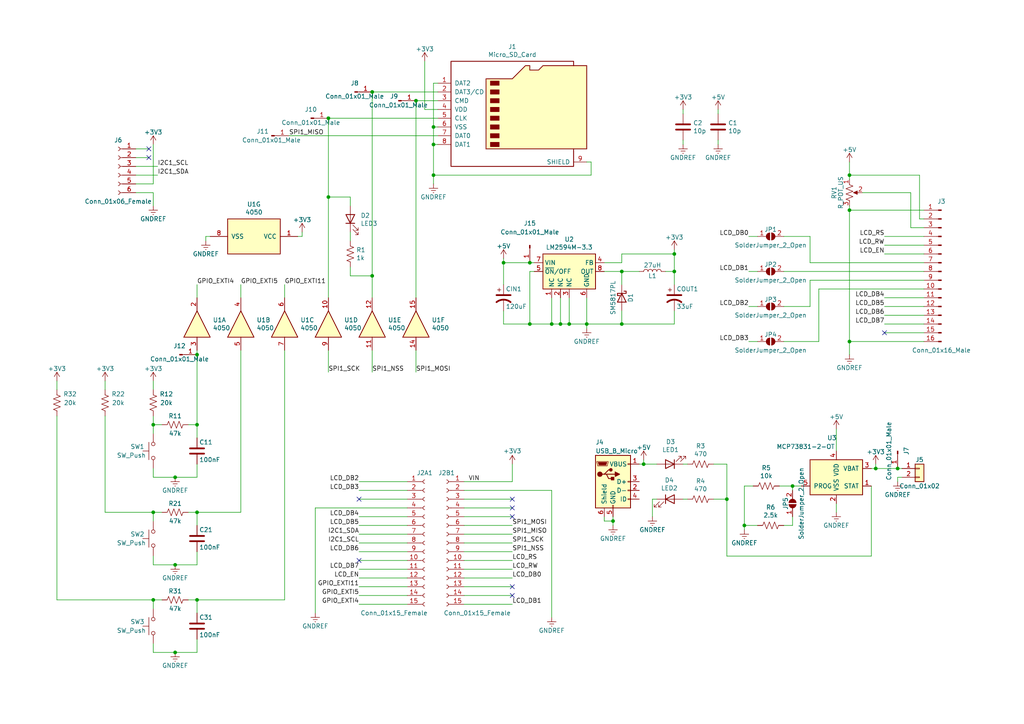
<source format=kicad_sch>
(kicad_sch (version 20211123) (generator eeschema)
  (paper "A4")
  (title_block (title "Spectroscopy Tricorder Motherboard") (date "2022-03-03") (rev "1") (comment 1 "Authors: Emily Currie and Abe Jordan") (comment 2 "MicroSD SPI layout taken from Adafruit"))
  (lib_symbols
    (symbol "4xxx:4050" (pin_names (offset 1.016))
      (property "Reference" "U" (at 0 1.27 0))
      (property "Value" "4050" (at 0 -1.27 0))
      (symbol "4050_1_0"
        (pin output line (at 7.62 0 180) (length 3.81) (name "~") (number "2"))
        (pin input line (at -7.62 0 0) (length 3.81) (name "~") (number "3"))
      )
      (symbol "4050_2_0"
        (pin output line (at 7.62 0 180) (length 3.81) (name "~") (number "4"))
        (pin input line (at -7.62 0 0) (length 3.81) (name "~") (number "5"))
      )
      (symbol "4050_3_0"
        (pin output line (at 7.62 0 180) (length 3.81) (name "~") (number "6"))
        (pin input line (at -7.62 0 0) (length 3.81) (name "~") (number "7"))
      )
      (symbol "4050_4_0"
        (pin output line (at 7.62 0 180) (length 3.81) (name "~") (number "10"))
        (pin input line (at -7.62 0 0) (length 3.81) (name "~") (number "9"))
      )
      (symbol "4050_5_0"
        (pin input line (at -7.62 0 0) (length 3.81) (name "~") (number "11"))
        (pin output line (at 7.62 0 180) (length 3.81) (name "~") (number "12"))
      )
      (symbol "4050_6_0"
        (pin input line (at -7.62 0 0) (length 3.81) (name "~") (number "14"))
        (pin output line (at 7.62 0 180) (length 3.81) (name "~") (number "15"))
      )
      (symbol "4050_7_0"
        (pin power_in line (at 0 12.7 270) (length 5.08) (name "VCC") (number "1"))
        (pin power_in line (at 0 -12.7 90) (length 5.08) (name "VSS") (number "8"))
      )
    )
    (symbol "Battery_Management:MCP73831-2-OT" (pin_names (offset 1.016))
      (property "Reference" "U" (at -7.62 6.35 0))
      (property "Value" "MCP73831-2-OT" (at 1.27 6.35 0))
      (symbol "MCP73831-2-OT_1_1"
        (pin output line (at 10.16 -2.54 180) (length 2.54) (name "STAT") (number "1"))
        (pin power_in line (at 0 -7.62 90) (length 2.54) (name "VSS") (number "2"))
        (pin power_out line (at 10.16 2.54 180) (length 2.54) (name "VBAT") (number "3"))
        (pin power_in line (at 0 7.62 270) (length 2.54) (name "VDD") (number "4"))
        (pin input line (at -10.16 -2.54 0) (length 2.54) (name "PROG") (number "5"))
      )
    )
    (symbol "Connector:Conn_01x01_Male" (pin_names (offset 1.016) hide)
      (property "Reference" "J" (at 0 2.54 0))
      (property "Value" "Conn_01x01_Male" (at 0 -2.54 0))
      (symbol "Conn_01x01_Male_1_1"
        (pin passive line (at 5.08 0 180) (length 3.81) (name "Pin_1") (number "1"))
      )
    )
    (symbol "Connector:Conn_01x06_Female" (pin_names (offset 1.016) hide)
      (property "Reference" "J" (at 0 7.62 0))
      (property "Value" "Conn_01x06_Female" (at 0 -10.16 0))
      (symbol "Conn_01x06_Female_1_1"
        (pin passive line (at -5.08 5.08 0) (length 3.81) (name "Pin_1") (number "1"))
        (pin passive line (at -5.08 2.54 0) (length 3.81) (name "Pin_2") (number "2"))
        (pin passive line (at -5.08 0 0) (length 3.81) (name "Pin_3") (number "3"))
        (pin passive line (at -5.08 -2.54 0) (length 3.81) (name "Pin_4") (number "4"))
        (pin passive line (at -5.08 -5.08 0) (length 3.81) (name "Pin_5") (number "5"))
        (pin passive line (at -5.08 -7.62 0) (length 3.81) (name "Pin_6") (number "6"))
      )
    )
    (symbol "Connector:Conn_01x15_Female" (pin_names (offset 1.016) hide)
      (property "Reference" "J" (at 0 20.32 0))
      (property "Value" "Conn_01x15_Female" (at 0 -20.32 0))
      (symbol "Conn_01x15_Female_1_1"
        (pin passive line (at -5.08 17.78 0) (length 3.81) (name "Pin_1") (number "1"))
        (pin passive line (at -5.08 -5.08 0) (length 3.81) (name "Pin_10") (number "10"))
        (pin passive line (at -5.08 -7.62 0) (length 3.81) (name "Pin_11") (number "11"))
        (pin passive line (at -5.08 -10.16 0) (length 3.81) (name "Pin_12") (number "12"))
        (pin passive line (at -5.08 -12.7 0) (length 3.81) (name "Pin_13") (number "13"))
        (pin passive line (at -5.08 -15.24 0) (length 3.81) (name "Pin_14") (number "14"))
        (pin passive line (at -5.08 -17.78 0) (length 3.81) (name "Pin_15") (number "15"))
        (pin passive line (at -5.08 15.24 0) (length 3.81) (name "Pin_2") (number "2"))
        (pin passive line (at -5.08 12.7 0) (length 3.81) (name "Pin_3") (number "3"))
        (pin passive line (at -5.08 10.16 0) (length 3.81) (name "Pin_4") (number "4"))
        (pin passive line (at -5.08 7.62 0) (length 3.81) (name "Pin_5") (number "5"))
        (pin passive line (at -5.08 5.08 0) (length 3.81) (name "Pin_6") (number "6"))
        (pin passive line (at -5.08 2.54 0) (length 3.81) (name "Pin_7") (number "7"))
        (pin passive line (at -5.08 0 0) (length 3.81) (name "Pin_8") (number "8"))
        (pin passive line (at -5.08 -2.54 0) (length 3.81) (name "Pin_9") (number "9"))
      )
    )
    (symbol "Connector:Conn_01x16_Male" (pin_names (offset 1.016) hide)
      (property "Reference" "J" (at 0 20.32 0))
      (property "Value" "Conn_01x16_Male" (at 0 -22.86 0))
      (symbol "Conn_01x16_Male_1_1"
        (pin passive line (at 5.08 17.78 180) (length 3.81) (name "Pin_1") (number "1"))
        (pin passive line (at 5.08 -5.08 180) (length 3.81) (name "Pin_10") (number "10"))
        (pin passive line (at 5.08 -7.62 180) (length 3.81) (name "Pin_11") (number "11"))
        (pin passive line (at 5.08 -10.16 180) (length 3.81) (name "Pin_12") (number "12"))
        (pin passive line (at 5.08 -12.7 180) (length 3.81) (name "Pin_13") (number "13"))
        (pin passive line (at 5.08 -15.24 180) (length 3.81) (name "Pin_14") (number "14"))
        (pin passive line (at 5.08 -17.78 180) (length 3.81) (name "Pin_15") (number "15"))
        (pin passive line (at 5.08 -20.32 180) (length 3.81) (name "Pin_16") (number "16"))
        (pin passive line (at 5.08 15.24 180) (length 3.81) (name "Pin_2") (number "2"))
        (pin passive line (at 5.08 12.7 180) (length 3.81) (name "Pin_3") (number "3"))
        (pin passive line (at 5.08 10.16 180) (length 3.81) (name "Pin_4") (number "4"))
        (pin passive line (at 5.08 7.62 180) (length 3.81) (name "Pin_5") (number "5"))
        (pin passive line (at 5.08 5.08 180) (length 3.81) (name "Pin_6") (number "6"))
        (pin passive line (at 5.08 2.54 180) (length 3.81) (name "Pin_7") (number "7"))
        (pin passive line (at 5.08 0 180) (length 3.81) (name "Pin_8") (number "8"))
        (pin passive line (at 5.08 -2.54 180) (length 3.81) (name "Pin_9") (number "9"))
      )
    )
    (symbol "Connector:Micro_SD_Card" (pin_names (offset 1.016))
      (property "Reference" "J" (at -16.51 15.24 0))
      (property "Value" "Micro_SD_Card" (at 16.51 15.24 0))
      (symbol "Micro_SD_Card_1_1"
        (pin bidirectional line (at -22.86 7.62 0) (length 3.81) (name "DAT2") (number "1"))
        (pin bidirectional line (at -22.86 5.08 0) (length 3.81) (name "DAT3/CD") (number "2"))
        (pin input line (at -22.86 2.54 0) (length 3.81) (name "CMD") (number "3"))
        (pin power_in line (at -22.86 0 0) (length 3.81) (name "VDD") (number "4"))
        (pin input line (at -22.86 -2.54 0) (length 3.81) (name "CLK") (number "5"))
        (pin power_in line (at -22.86 -5.08 0) (length 3.81) (name "VSS") (number "6"))
        (pin bidirectional line (at -22.86 -7.62 0) (length 3.81) (name "DAT0") (number "7"))
        (pin bidirectional line (at -22.86 -10.16 0) (length 3.81) (name "DAT1") (number "8"))
        (pin passive line (at 20.32 -15.24 180) (length 3.81) (name "SHIELD") (number "9"))
      )
    )
    (symbol "Connector:USB_B_Micro" (pin_names (offset 1.016))
      (property "Reference" "J" (at -5.08 11.43 0))
      (property "Value" "USB_B_Micro" (at -5.08 8.89 0))
      (symbol "USB_B_Micro_1_1"
        (pin power_out line (at 7.62 5.08 180) (length 2.54) (name "VBUS") (number "1"))
        (pin bidirectional line (at 7.62 -2.54 180) (length 2.54) (name "D-") (number "2"))
        (pin bidirectional line (at 7.62 0 180) (length 2.54) (name "D+") (number "3"))
        (pin passive line (at 7.62 -5.08 180) (length 2.54) (name "ID") (number "4"))
        (pin power_out line (at 0 -10.16 90) (length 2.54) (name "GND") (number "5"))
        (pin passive line (at -2.54 -10.16 90) (length 2.54) (name "Shield") (number "6"))
      )
    )
    (symbol "Connector_Generic:Conn_01x02" (pin_names (offset 1.016) hide)
      (property "Reference" "J" (at 0 2.54 0))
      (property "Value" "Conn_01x02" (at 0 -5.08 0))
      (symbol "Conn_01x02_1_1"
        (pin passive line (at -5.08 0 0) (length 3.81) (name "Pin_1") (number "1"))
        (pin passive line (at -5.08 -2.54 0) (length 3.81) (name "Pin_2") (number "2"))
      )
    )
    (symbol "Device:C" (pin_numbers hide) (pin_names (offset 0.254))
      (property "Reference" "C" (at 0.635 2.54 0))
      (property "Value" "C" (at 0.635 -2.54 0))
      (symbol "C_1_1"
        (pin passive line (at 0 3.81 270) (length 2.794) (name "~") (number "1"))
        (pin passive line (at 0 -3.81 90) (length 2.794) (name "~") (number "2"))
      )
    )
    (symbol "Device:CP1" (pin_numbers hide) (pin_names (offset 0.254) hide)
      (property "Reference" "C" (at 0.635 2.54 0))
      (property "Value" "Device_CP1" (at 0.635 -2.54 0))
      (symbol "CP1_1_1"
        (pin passive line (at 0 3.81 270) (length 2.794) (name "~") (number "1"))
        (pin passive line (at 0 -3.81 90) (length 3.302) (name "~") (number "2"))
      )
    )
    (symbol "Device:D_Schottky" (pin_numbers hide) (pin_names (offset 1.016) hide)
      (property "Reference" "D" (at 0 2.54 0))
      (property "Value" "D_Schottky" (at 0 -2.54 0))
      (symbol "D_Schottky_1_1"
        (pin passive line (at -3.81 0 0) (length 2.54) (name "K") (number "1"))
        (pin passive line (at 3.81 0 180) (length 2.54) (name "A") (number "2"))
      )
    )
    (symbol "Device:L" (pin_numbers hide) (pin_names (offset 1.016) hide)
      (property "Reference" "L" (at -1.27 0 90))
      (property "Value" "L" (at 1.905 0 90))
      (symbol "L_1_1"
        (pin passive line (at 0 3.81 270) (length 1.27) (name "1") (number "1"))
        (pin passive line (at 0 -3.81 90) (length 1.27) (name "2") (number "2"))
      )
    )
    (symbol "Device:LED" (pin_numbers hide) (pin_names (offset 1.016) hide)
      (property "Reference" "D" (at 0 2.54 0))
      (property "Value" "LED" (at 0 -2.54 0))
      (symbol "LED_1_1"
        (pin passive line (at -3.81 0 0) (length 2.54) (name "K") (number "1"))
        (pin passive line (at 3.81 0 180) (length 2.54) (name "A") (number "2"))
      )
    )
    (symbol "Device:R_POT_US" (pin_names (offset 1.016) hide)
      (property "Reference" "RV" (at -4.445 0 90))
      (property "Value" "Device_R_POT_US" (at -2.54 0 90))
      (symbol "R_POT_US_1_1"
        (pin passive line (at 0 3.81 270) (length 1.27) (name "1") (number "1"))
        (pin passive line (at 3.81 0 180) (length 1.27) (name "2") (number "2"))
        (pin passive line (at 0 -3.81 90) (length 1.27) (name "3") (number "3"))
      )
    )
    (symbol "Device:R_US" (pin_numbers hide) (pin_names (offset 0))
      (property "Reference" "R" (at 2.54 0 90))
      (property "Value" "R_US" (at -2.54 0 90))
      (symbol "R_US_1_1"
        (pin passive line (at 0 3.81 270) (length 1.27) (name "~") (number "1"))
        (pin passive line (at 0 -3.81 90) (length 1.27) (name "~") (number "2"))
      )
    )
    (symbol "Jumper:SolderJumper_2_Open" (pin_names (offset 0) hide)
      (property "Reference" "JP" (at 0 2.032 0))
      (property "Value" "SolderJumper_2_Open" (at 0 -2.54 0))
      (symbol "SolderJumper_2_Open_1_1"
        (pin passive line (at -3.81 0 0) (length 2.54) (name "A") (number "1"))
        (pin passive line (at 3.81 0 180) (length 2.54) (name "B") (number "2"))
      )
    )
    (symbol "Regulator_Switching:LM2594M-3.3"
      (property "Reference" "U" (at -7.62 6.35 0))
      (property "Value" "LM2594M-3.3" (at 0 6.35 0))
      (symbol "LM2594M-3.3_1_1"
        (pin passive line (at -5.08 -7.62 90) (length 2.54) (name "NC") (number "1"))
        (pin passive line (at -2.54 -7.62 90) (length 2.54) (name "NC") (number "2"))
        (pin passive line (at 0 -7.62 90) (length 2.54) (name "NC") (number "3"))
        (pin input line (at 10.16 2.54 180) (length 2.54) (name "FB") (number "4"))
        (pin input line (at -10.16 0 0) (length 2.54) (name "~{ON}/OFF") (number "5"))
        (pin power_in line (at 5.08 -7.62 90) (length 2.54) (name "GND") (number "6"))
        (pin power_in line (at -10.16 2.54 0) (length 2.54) (name "VIN") (number "7"))
        (pin output line (at 10.16 0 180) (length 2.54) (name "OUT") (number "8"))
      )
    )
    (symbol "Switch:SW_Push" (pin_numbers hide) (pin_names (offset 1.016) hide)
      (property "Reference" "SW" (at 1.27 2.54 0))
      (property "Value" "SW_Push" (at 0 -1.524 0))
      (symbol "SW_Push_0_1"
        (pin passive line (at -5.08 0 0) (length 2.54) (name "1") (number "1"))
        (pin passive line (at 5.08 0 180) (length 2.54) (name "2") (number "2"))
      )
    )
    (symbol "power:+3.3V" (power) (pin_names (offset 0))
      (property "Value" "+3.3V" (at 0 3.556 0))
      (symbol "+3.3V_1_1"
        (pin power_in line (at 0 0 90) (length 0) hide (name "+3V3") (number "1"))
      )
    )
    (symbol "power:+3V3" (power) (pin_names (offset 0))
      (property "Value" "+3V3" (at 0 3.556 0))
      (symbol "+3V3_1_1"
        (pin power_in line (at 0 0 90) (length 0) hide (name "+3V3") (number "1"))
      )
    )
    (symbol "power:+5V" (power) (pin_names (offset 0))
      (property "Value" "+5V" (at 0 3.556 0))
      (symbol "+5V_1_1"
        (pin power_in line (at 0 0 90) (length 0) hide (name "+5V") (number "1"))
      )
    )
    (symbol "power:GNDREF" (power) (pin_names (offset 0))
      (property "Value" "GNDREF" (at 0 -3.81 0))
      (symbol "GNDREF_1_1"
        (pin power_in line (at 0 0 270) (length 0) hide (name "GNDREF") (number "1"))
      )
    )
  )
  (junction (at 186.69 134.62))
  (junction (at 195.58 73.66))
  (junction (at 95.25 34.29))
  (junction (at 95.25 57.15))
  (junction (at 180.34 78.74))
  (junction (at 260.35 135.89))
  (junction (at 160.02 93.98))
  (junction (at 170.18 93.98))
  (junction (at 215.9 152.4))
  (junction (at 44.45 123.19))
  (junction (at 57.15 123.19))
  (junction (at 120.65 29.21))
  (junction (at 254 135.89))
  (junction (at 44.45 173.99))
  (junction (at 162.56 93.98))
  (junction (at 246.38 99.06))
  (junction (at 50.8 163.83))
  (junction (at 246.38 50.8))
  (junction (at 210.82 144.78))
  (junction (at 44.45 148.59))
  (junction (at 125.73 41.91))
  (junction (at 57.15 102.87))
  (junction (at 125.73 50.8))
  (junction (at 57.15 173.99))
  (junction (at 153.67 76.2))
  (junction (at 57.15 148.59))
  (junction (at 153.67 93.98))
  (junction (at 50.8 138.43))
  (junction (at 229.87 140.97))
  (junction (at 146.05 76.2))
  (junction (at 180.34 93.98))
  (junction (at 246.38 60.96))
  (junction (at 107.95 26.67))
  (junction (at 195.58 78.74))
  (junction (at 50.8 189.23))
  (junction (at 165.1 93.98))
  (junction (at 177.8 151.13))
  (junction (at 125.73 36.83))
  (junction (at 107.95 80.01))
  (no_connect (at 148.59 144.78))
  (no_connect (at 256.54 96.52))
  (no_connect (at 148.59 172.72))
  (no_connect (at 43.18 45.72))
  (no_connect (at 43.18 43.18))
  (no_connect (at 148.59 170.18))
  (no_connect (at 104.14 162.56))
  (no_connect (at 148.59 149.86))
  (no_connect (at 104.14 144.78))
  (no_connect (at 148.59 147.32))
  (wire (pts (xy 125.73 41.91) (xy 125.73 50.8)))
  (wire (pts (xy 57.15 163.83) (xy 57.15 160.02)))
  (wire (pts (xy 69.85 86.36) (xy 69.85 82.55)))
  (wire (pts (xy 146.05 90.17) (xy 146.05 93.98)))
  (wire (pts (xy 234.95 81.28) (xy 234.95 88.9)))
  (wire (pts (xy 16.51 110.49) (xy 16.51 113.03)))
  (wire (pts (xy 160.02 93.98) (xy 162.56 93.98)))
  (wire (pts (xy 171.45 46.99) (xy 171.45 50.8)))
  (wire (pts (xy 162.56 86.36) (xy 162.56 93.98)))
  (wire (pts (xy 266.7 50.8) (xy 246.38 50.8)))
  (wire (pts (xy 82.55 86.36) (xy 82.55 82.55)))
  (wire (pts (xy 107.95 86.36) (xy 107.95 80.01)))
  (wire (pts (xy 266.7 63.5) (xy 266.7 50.8)))
  (wire (pts (xy 134.62 157.48) (xy 148.59 157.48)))
  (wire (pts (xy 219.71 68.58) (xy 217.17 68.58)))
  (wire (pts (xy 229.87 152.4) (xy 227.33 152.4)))
  (wire (pts (xy 189.23 144.78) (xy 189.23 149.86)))
  (wire (pts (xy 101.6 57.15) (xy 101.6 59.69)))
  (wire (pts (xy 69.85 101.6) (xy 69.85 148.59)))
  (wire (pts (xy 134.62 160.02) (xy 148.59 160.02)))
  (wire (pts (xy 39.37 48.26) (xy 45.72 48.26)))
  (wire (pts (xy 120.65 101.6) (xy 120.65 107.95)))
  (wire (pts (xy 118.11 157.48) (xy 104.14 157.48)))
  (wire (pts (xy 195.58 72.39) (xy 195.58 73.66)))
  (wire (pts (xy 237.49 83.82) (xy 267.97 83.82)))
  (wire (pts (xy 44.45 110.49) (xy 44.45 113.03)))
  (wire (pts (xy 127 31.75) (xy 123.19 31.75)))
  (wire (pts (xy 218.44 140.97) (xy 215.9 140.97)))
  (wire (pts (xy 39.37 50.8) (xy 45.72 50.8)))
  (wire (pts (xy 39.37 45.72) (xy 43.18 45.72)))
  (wire (pts (xy 146.05 76.2) (xy 153.67 76.2)))
  (wire (pts (xy 134.62 170.18) (xy 148.59 170.18)))
  (wire (pts (xy 210.82 144.78) (xy 207.01 144.78)))
  (wire (pts (xy 246.38 50.8) (xy 246.38 52.07)))
  (wire (pts (xy 57.15 102.87) (xy 57.15 123.19)))
  (wire (pts (xy 125.73 24.13) (xy 125.73 36.83)))
  (wire (pts (xy 148.59 139.7) (xy 148.59 134.62)))
  (wire (pts (xy 120.65 29.21) (xy 120.65 86.36)))
  (wire (pts (xy 246.38 60.96) (xy 267.97 60.96)))
  (wire (pts (xy 256.54 96.52) (xy 267.97 96.52)))
  (wire (pts (xy 266.7 63.5) (xy 267.97 63.5)))
  (wire (pts (xy 57.15 138.43) (xy 57.15 134.62)))
  (wire (pts (xy 234.95 88.9) (xy 227.33 88.9)))
  (wire (pts (xy 134.62 149.86) (xy 148.59 149.86)))
  (wire (pts (xy 246.38 60.96) (xy 246.38 99.06)))
  (wire (pts (xy 44.45 123.19) (xy 44.45 125.73)))
  (wire (pts (xy 127 41.91) (xy 125.73 41.91)))
  (wire (pts (xy 44.45 163.83) (xy 50.8 163.83)))
  (wire (pts (xy 229.87 149.86) (xy 229.87 152.4)))
  (wire (pts (xy 107.95 80.01) (xy 107.95 26.67)))
  (wire (pts (xy 256.54 88.9) (xy 267.97 88.9)))
  (wire (pts (xy 57.15 173.99) (xy 57.15 177.8)))
  (wire (pts (xy 95.25 34.29) (xy 95.25 57.15)))
  (wire (pts (xy 237.49 99.06) (xy 227.33 99.06)))
  (wire (pts (xy 153.67 78.74) (xy 153.67 93.98)))
  (wire (pts (xy 256.54 86.36) (xy 267.97 86.36)))
  (wire (pts (xy 175.26 151.13) (xy 177.8 151.13)))
  (wire (pts (xy 44.45 148.59) (xy 46.99 148.59)))
  (wire (pts (xy 252.73 135.89) (xy 254 135.89)))
  (wire (pts (xy 210.82 144.78) (xy 210.82 161.29)))
  (wire (pts (xy 252.73 140.97) (xy 252.73 161.29)))
  (wire (pts (xy 210.82 134.62) (xy 210.82 144.78)))
  (wire (pts (xy 50.8 189.23) (xy 57.15 189.23)))
  (wire (pts (xy 44.45 173.99) (xy 46.99 173.99)))
  (wire (pts (xy 104.14 149.86) (xy 118.11 149.86)))
  (wire (pts (xy 146.05 76.2) (xy 146.05 74.93)))
  (wire (pts (xy 87.63 67.31) (xy 87.63 68.58)))
  (wire (pts (xy 86.36 68.58) (xy 87.63 68.58)))
  (wire (pts (xy 104.14 139.7) (xy 118.11 139.7)))
  (wire (pts (xy 198.12 31.75) (xy 198.12 33.02)))
  (wire (pts (xy 198.12 40.64) (xy 198.12 41.91)))
  (wire (pts (xy 165.1 86.36) (xy 165.1 93.98)))
  (wire (pts (xy 208.28 40.64) (xy 208.28 41.91)))
  (wire (pts (xy 107.95 101.6) (xy 107.95 107.95)))
  (wire (pts (xy 57.15 189.23) (xy 57.15 185.42)))
  (wire (pts (xy 134.62 165.1) (xy 148.59 165.1)))
  (wire (pts (xy 104.14 170.18) (xy 118.11 170.18)))
  (wire (pts (xy 254 135.89) (xy 260.35 135.89)))
  (wire (pts (xy 215.9 152.4) (xy 215.9 153.67)))
  (wire (pts (xy 208.28 31.75) (xy 208.28 33.02)))
  (wire (pts (xy 44.45 41.91) (xy 44.45 53.34)))
  (wire (pts (xy 104.14 162.56) (xy 118.11 162.56)))
  (wire (pts (xy 44.45 161.29) (xy 44.45 163.83)))
  (wire (pts (xy 256.54 68.58) (xy 267.97 68.58)))
  (wire (pts (xy 54.61 148.59) (xy 57.15 148.59)))
  (wire (pts (xy 57.15 148.59) (xy 57.15 152.4)))
  (wire (pts (xy 256.54 91.44) (xy 267.97 91.44)))
  (wire (pts (xy 125.73 36.83) (xy 125.73 41.91)))
  (wire (pts (xy 118.11 147.32) (xy 91.44 147.32)))
  (wire (pts (xy 54.61 123.19) (xy 57.15 123.19)))
  (wire (pts (xy 256.54 71.12) (xy 267.97 71.12)))
  (wire (pts (xy 215.9 140.97) (xy 215.9 152.4)))
  (wire (pts (xy 127 39.37) (xy 83.82 39.37)))
  (wire (pts (xy 175.26 76.2) (xy 180.34 76.2)))
  (wire (pts (xy 104.14 160.02) (xy 118.11 160.02)))
  (wire (pts (xy 134.62 162.56) (xy 148.59 162.56)))
  (wire (pts (xy 148.59 147.32) (xy 134.62 147.32)))
  (wire (pts (xy 246.38 59.69) (xy 246.38 60.96)))
  (wire (pts (xy 101.6 67.31) (xy 101.6 69.85)))
  (wire (pts (xy 177.8 149.86) (xy 177.8 151.13)))
  (wire (pts (xy 170.18 93.98) (xy 170.18 95.25)))
  (wire (pts (xy 180.34 73.66) (xy 195.58 73.66)))
  (wire (pts (xy 44.45 135.89) (xy 44.45 138.43)))
  (wire (pts (xy 146.05 76.2) (xy 146.05 82.55)))
  (wire (pts (xy 104.14 142.24) (xy 118.11 142.24)))
  (wire (pts (xy 153.67 76.2) (xy 154.94 76.2)))
  (wire (pts (xy 226.06 140.97) (xy 229.87 140.97)))
  (wire (pts (xy 195.58 73.66) (xy 195.58 78.74)))
  (wire (pts (xy 104.14 144.78) (xy 118.11 144.78)))
  (wire (pts (xy 54.61 173.99) (xy 57.15 173.99)))
  (wire (pts (xy 198.12 144.78) (xy 199.39 144.78)))
  (wire (pts (xy 44.45 120.65) (xy 44.45 123.19)))
  (wire (pts (xy 44.45 186.69) (xy 44.45 189.23)))
  (wire (pts (xy 127 36.83) (xy 125.73 36.83)))
  (wire (pts (xy 175.26 78.74) (xy 180.34 78.74)))
  (wire (pts (xy 104.14 152.4) (xy 118.11 152.4)))
  (wire (pts (xy 44.45 55.88) (xy 44.45 59.69)))
  (wire (pts (xy 234.95 68.58) (xy 227.33 68.58)))
  (wire (pts (xy 82.55 173.99) (xy 82.55 101.6)))
  (wire (pts (xy 195.58 78.74) (xy 195.58 82.55)))
  (wire (pts (xy 69.85 148.59) (xy 57.15 148.59)))
  (wire (pts (xy 195.58 93.98) (xy 180.34 93.98)))
  (wire (pts (xy 180.34 78.74) (xy 185.42 78.74)))
  (wire (pts (xy 16.51 173.99) (xy 44.45 173.99)))
  (wire (pts (xy 146.05 93.98) (xy 153.67 93.98)))
  (wire (pts (xy 104.14 175.26) (xy 118.11 175.26)))
  (wire (pts (xy 57.15 123.19) (xy 57.15 127)))
  (wire (pts (xy 190.5 144.78) (xy 189.23 144.78)))
  (wire (pts (xy 256.54 73.66) (xy 267.97 73.66)))
  (wire (pts (xy 186.69 134.62) (xy 190.5 134.62)))
  (wire (pts (xy 60.96 68.58) (xy 59.69 68.58)))
  (wire (pts (xy 123.19 31.75) (xy 123.19 17.78)))
  (wire (pts (xy 180.34 76.2) (xy 180.34 73.66)))
  (wire (pts (xy 134.62 144.78) (xy 148.59 144.78)))
  (wire (pts (xy 170.18 46.99) (xy 171.45 46.99)))
  (wire (pts (xy 44.45 138.43) (xy 50.8 138.43)))
  (wire (pts (xy 246.38 46.99) (xy 246.38 50.8)))
  (wire (pts (xy 134.62 154.94) (xy 148.59 154.94)))
  (wire (pts (xy 39.37 55.88) (xy 44.45 55.88)))
  (wire (pts (xy 95.25 57.15) (xy 101.6 57.15)))
  (wire (pts (xy 118.11 154.94) (xy 104.14 154.94)))
  (wire (pts (xy 44.45 173.99) (xy 44.45 176.53)))
  (wire (pts (xy 180.34 90.17) (xy 180.34 93.98)))
  (wire (pts (xy 234.95 76.2) (xy 267.97 76.2)))
  (wire (pts (xy 264.16 66.04) (xy 267.97 66.04)))
  (wire (pts (xy 44.45 151.13) (xy 44.45 148.59)))
  (wire (pts (xy 219.71 78.74) (xy 217.17 78.74)))
  (wire (pts (xy 44.45 189.23) (xy 50.8 189.23)))
  (wire (pts (xy 104.14 165.1) (xy 118.11 165.1)))
  (wire (pts (xy 125.73 50.8) (xy 125.73 53.34)))
  (wire (pts (xy 104.14 167.64) (xy 118.11 167.64)))
  (wire (pts (xy 134.62 152.4) (xy 148.59 152.4)))
  (wire (pts (xy 134.62 139.7) (xy 148.59 139.7)))
  (wire (pts (xy 261.62 138.43) (xy 260.35 138.43)))
  (wire (pts (xy 254 134.62) (xy 254 135.89)))
  (wire (pts (xy 219.71 88.9) (xy 217.17 88.9)))
  (wire (pts (xy 153.67 93.98) (xy 160.02 93.98)))
  (wire (pts (xy 193.04 78.74) (xy 195.58 78.74)))
  (wire (pts (xy 95.25 57.15) (xy 95.25 86.36)))
  (wire (pts (xy 219.71 152.4) (xy 215.9 152.4)))
  (wire (pts (xy 134.62 167.64) (xy 148.59 167.64)))
  (wire (pts (xy 134.62 142.24) (xy 160.02 142.24)))
  (wire (pts (xy 250.19 55.88) (xy 264.16 55.88)))
  (wire (pts (xy 57.15 173.99) (xy 82.55 173.99)))
  (wire (pts (xy 162.56 93.98) (xy 165.1 93.98)))
  (wire (pts (xy 256.54 93.98) (xy 267.97 93.98)))
  (wire (pts (xy 264.16 55.88) (xy 264.16 66.04)))
  (wire (pts (xy 57.15 101.6) (xy 57.15 102.87)))
  (wire (pts (xy 95.25 34.29) (xy 127 34.29)))
  (wire (pts (xy 175.26 149.86) (xy 175.26 151.13)))
  (wire (pts (xy 104.14 172.72) (xy 118.11 172.72)))
  (wire (pts (xy 186.69 133.35) (xy 186.69 134.62)))
  (wire (pts (xy 227.33 78.74) (xy 267.97 78.74)))
  (wire (pts (xy 127 24.13) (xy 125.73 24.13)))
  (wire (pts (xy 160.02 142.24) (xy 160.02 179.07)))
  (wire (pts (xy 177.8 151.13) (xy 177.8 152.4)))
  (wire (pts (xy 39.37 43.18) (xy 43.18 43.18)))
  (wire (pts (xy 229.87 140.97) (xy 232.41 140.97)))
  (wire (pts (xy 107.95 26.67) (xy 127 26.67)))
  (wire (pts (xy 207.01 134.62) (xy 210.82 134.62)))
  (wire (pts (xy 30.48 110.49) (xy 30.48 113.03)))
  (wire (pts (xy 165.1 93.98) (xy 170.18 93.98)))
  (wire (pts (xy 198.12 134.62) (xy 199.39 134.62)))
  (wire (pts (xy 57.15 86.36) (xy 57.15 82.55)))
  (wire (pts (xy 134.62 175.26) (xy 148.59 175.26)))
  (wire (pts (xy 180.34 82.55) (xy 180.34 78.74)))
  (wire (pts (xy 260.35 135.89) (xy 261.62 135.89)))
  (wire (pts (xy 171.45 50.8) (xy 125.73 50.8)))
  (wire (pts (xy 154.94 78.74) (xy 153.67 78.74)))
  (wire (pts (xy 229.87 140.97) (xy 229.87 142.24)))
  (wire (pts (xy 195.58 90.17) (xy 195.58 93.98)))
  (wire (pts (xy 246.38 99.06) (xy 246.38 102.87)))
  (wire (pts (xy 242.57 146.05) (xy 242.57 148.59)))
  (wire (pts (xy 210.82 161.29) (xy 252.73 161.29)))
  (wire (pts (xy 234.95 81.28) (xy 267.97 81.28)))
  (wire (pts (xy 44.45 123.19) (xy 46.99 123.19)))
  (wire (pts (xy 59.69 68.58) (xy 59.69 69.85)))
  (wire (pts (xy 95.25 101.6) (xy 95.25 107.95)))
  (wire (pts (xy 186.69 134.62) (xy 185.42 134.62)))
  (wire (pts (xy 180.34 93.98) (xy 170.18 93.98)))
  (wire (pts (xy 101.6 80.01) (xy 107.95 80.01)))
  (wire (pts (xy 170.18 86.36) (xy 170.18 93.98)))
  (wire (pts (xy 120.65 29.21) (xy 127 29.21)))
  (wire (pts (xy 91.44 147.32) (xy 91.44 177.8)))
  (wire (pts (xy 134.62 172.72) (xy 148.59 172.72)))
  (wire (pts (xy 242.57 130.81) (xy 242.57 124.46)))
  (wire (pts (xy 30.48 148.59) (xy 44.45 148.59)))
  (wire (pts (xy 234.95 76.2) (xy 234.95 68.58)))
  (wire (pts (xy 39.37 53.34) (xy 44.45 53.34)))
  (wire (pts (xy 246.38 99.06) (xy 267.97 99.06)))
  (wire (pts (xy 219.71 99.06) (xy 217.17 99.06)))
  (wire (pts (xy 260.35 138.43) (xy 260.35 139.7)))
  (wire (pts (xy 160.02 86.36) (xy 160.02 93.98)))
  (wire (pts (xy 101.6 80.01) (xy 101.6 77.47)))
  (wire (pts (xy 50.8 138.43) (xy 57.15 138.43)))
  (wire (pts (xy 16.51 120.65) (xy 16.51 173.99)))
  (wire (pts (xy 237.49 83.82) (xy 237.49 99.06)))
  (wire (pts (xy 50.8 163.83) (xy 57.15 163.83)))
  (wire (pts (xy 30.48 120.65) (xy 30.48 148.59)))
  (label "LCD_DB3" (at 217.17 99.06 180))
  (label "SPI1_MISO" (at 148.59 154.94 0))
  (label "LCD_DB2" (at 104.14 139.7 180))
  (label "LCD_DB4" (at 256.54 86.36 180))
  (label "VIN" (at 135.89 139.7 0))
  (label "SPI1_NSS" (at 107.95 107.95 0))
  (label "GPIO_EXTI5" (at 69.85 82.55 0))
  (label "LCD_DB3" (at 104.14 142.24 180))
  (label "GPIO_EXTI4" (at 57.15 82.55 0))
  (label "LCD_DB7" (at 104.14 165.1 180))
  (label "LCD_DB6" (at 104.14 160.02 180))
  (label "I2C1_SDA" (at 104.14 154.94 180))
  (label "SPI1_MOSI" (at 148.59 152.4 0))
  (label "GPIO_EXTI5" (at 104.14 172.72 180))
  (label "SPI1_MOSI" (at 120.65 107.95 0))
  (label "LCD_DB7" (at 256.54 93.98 180))
  (label "LCD_DB1" (at 217.17 78.74 180))
  (label "LCD_RS" (at 256.54 68.58 180))
  (label "LCD_DB1" (at 148.59 175.26 0))
  (label "GPIO_EXTI11" (at 104.14 170.18 180))
  (label "LCD_DB0" (at 217.17 68.58 180))
  (label "LCD_DB4" (at 104.14 149.86 180))
  (label "LCD_DB5" (at 256.54 88.9 180))
  (label "LCD_RW" (at 256.54 71.12 180))
  (label "LCD_RW" (at 148.59 165.1 0))
  (label "LCD_DB6" (at 256.54 91.44 180))
  (label "I2C1_SCL" (at 104.14 157.48 180))
  (label "SPI1_MISO" (at 83.82 39.37 0))
  (label "LCD_EN" (at 256.54 73.66 180))
  (label "LCD_DB0" (at 148.59 167.64 0))
  (label "LCD_RS" (at 148.59 162.56 0))
  (label "I2C1_SDA" (at 45.72 50.8 0))
  (label "SPI1_SCK" (at 95.25 107.95 0))
  (label "LCD_DB5" (at 104.14 152.4 180))
  (label "GPIO_EXTI11" (at 82.55 82.55 0))
  (label "SPI1_NSS" (at 148.59 160.02 0))
  (label "LCD_DB2" (at 217.17 88.9 180))
  (label "LCD_EN" (at 104.14 167.64 180))
  (label "SPI1_SCK" (at 148.59 157.48 0))
  (label "I2C1_SCL" (at 45.72 48.26 0))
  (label "GPIO_EXTI4" (at 104.14 175.26 180))
  (symbol (lib_id "Device:LED") (at 101.6 63.5 90) (unit 1)
    (property "Reference" "D2" (at 104.5972 62.5094 90) (effects (justify right)))
    (property "Value" "LED3" (at 104.5972 64.8208 90) (effects (justify right)))
    (property "Footprint" "LED_SMD:LED_0603_1608Metric_Pad1.05x0.95mm_HandSolder" (effects hide))
  )
  (symbol (lib_id "Device:R_US") (at 101.6 73.66 0) (unit 1)
    (property "Reference" "R1" (at 103.3272 72.4916 0) (effects (justify left)))
    (property "Value" "1k" (at 103.3272 74.803 0) (effects (justify left)))
    (property "Footprint" "Resistor_SMD:R_0603_1608Metric_Pad0.98x0.95mm_HandSolder" (effects hide))
  )
  (symbol (lib_id "Connector:Micro_SD_Card") (at 149.86 31.75 0) (unit 1)
    (property "Reference" "J1" (at 148.59 13.5382 0))
    (property "Value" "Micro_SD_Card" (at 148.59 15.8496 0))
    (property "Footprint" "Connector_Card:microSD_HC_Molex_104031-0811" (effects hide))
    (property "Datasheet" "http://katalog.we-online.de/em/datasheet/693072010801.pdf" (effects hide))
  )
  (symbol (lib_id "Regulator_Switching:LM2594M-3.3") (at 165.1 78.74 0) (unit 1)
    (property "Reference" "U2" (at 165.1 69.4182 0))
    (property "Value" "LM2594M-3.3" (at 165.1 71.7296 0))
    (property "Footprint" "Package_SO:SOIC-8_3.9x4.9mm_P1.27mm" (effects hide))
    (property "Datasheet" "http://www.ti.com/lit/ds/symlink/lm2594.pdf" (effects hide))
  )
  (symbol (lib_id "4xxx:4050") (at 57.15 93.98 90) (unit 1)
    (property "Reference" "U1" (at 61.722 92.8116 90) (effects (justify right)))
    (property "Value" "4050" (at 61.722 95.123 90) (effects (justify right)))
    (property "Footprint" "Package_SO:SOIC-16_4.55x10.3mm_P1.27mm" (effects hide))
    (property "Datasheet" "http://www.intersil.com/content/dam/intersil/documents/cd40/cd4050bms.pdf" (effects hide))
  )
  (symbol (lib_id "4xxx:4050") (at 69.85 93.98 90) (unit 2)
    (property "Reference" "U1" (at 74.422 92.8116 90) (effects (justify right)))
    (property "Value" "4050" (at 74.422 95.123 90) (effects (justify right)))
    (property "Footprint" "Package_SO:SOIC-16_4.55x10.3mm_P1.27mm" (effects hide))
    (property "Datasheet" "http://www.intersil.com/content/dam/intersil/documents/cd40/cd4050bms.pdf" (effects hide))
  )
  (symbol (lib_id "4xxx:4050") (at 82.55 93.98 90) (unit 3)
    (property "Reference" "U1" (at 87.122 92.8116 90) (effects (justify right)))
    (property "Value" "4050" (at 87.122 95.123 90) (effects (justify right)))
    (property "Footprint" "Package_SO:SOIC-16_4.55x10.3mm_P1.27mm" (effects hide))
    (property "Datasheet" "http://www.intersil.com/content/dam/intersil/documents/cd40/cd4050bms.pdf" (effects hide))
  )
  (symbol (lib_id "4xxx:4050") (at 95.25 93.98 90) (unit 4)
    (property "Reference" "U1" (at 99.822 92.8116 90) (effects (justify right)))
    (property "Value" "4050" (at 99.822 95.123 90) (effects (justify right)))
    (property "Footprint" "Package_SO:SOIC-16_4.55x10.3mm_P1.27mm" (effects hide))
    (property "Datasheet" "http://www.intersil.com/content/dam/intersil/documents/cd40/cd4050bms.pdf" (effects hide))
  )
  (symbol (lib_id "4xxx:4050") (at 107.95 93.98 90) (unit 5)
    (property "Reference" "U1" (at 112.522 92.8116 90) (effects (justify right)))
    (property "Value" "4050" (at 112.522 95.123 90) (effects (justify right)))
    (property "Footprint" "Package_SO:SOIC-16_4.55x10.3mm_P1.27mm" (effects hide))
    (property "Datasheet" "http://www.intersil.com/content/dam/intersil/documents/cd40/cd4050bms.pdf" (effects hide))
  )
  (symbol (lib_id "4xxx:4050") (at 120.65 93.98 90) (unit 6)
    (property "Reference" "U1" (at 125.222 92.8116 90) (effects (justify right)))
    (property "Value" "4050" (at 125.222 95.123 90) (effects (justify right)))
    (property "Footprint" "Package_SO:SOIC-16_4.55x10.3mm_P1.27mm" (effects hide))
    (property "Datasheet" "http://www.intersil.com/content/dam/intersil/documents/cd40/cd4050bms.pdf" (effects hide))
  )
  (symbol (lib_id "4xxx:4050") (at 73.66 68.58 270) (unit 7)
    (property "Reference" "U1" (at 73.66 59.2582 90))
    (property "Value" "4050" (at 73.66 61.5696 90))
    (property "Footprint" "Package_SO:SOIC-16_4.55x10.3mm_P1.27mm" (effects hide))
    (property "Datasheet" "http://www.intersil.com/content/dam/intersil/documents/cd40/cd4050bms.pdf" (effects hide))
  )
  (symbol (lib_id "power:GNDREF") (at 246.38 102.87 0) (unit 1)
    (property "Reference" "#PWR0113" (effects hide))
    (property "Value" "GNDREF" (at 246.38 106.68 0))
  )
  (symbol (lib_id "Device:R_POT_US") (at 246.38 55.88 0) (unit 1)
    (property "Reference" "RV1" (at 241.935 55.88 90))
    (property "Value" "R_POT_US" (at 243.84 55.88 90))
    (property "Footprint" "Potentiometer_THT:Potentiometer_Bourns_3339P_Vertical_HandSoldering" (effects hide))
  )
  (symbol (lib_id "power:+5V") (at 246.38 46.99 0) (unit 1)
    (property "Reference" "#PWR0114" (effects hide))
    (property "Value" "+5V" (at 246.38 43.434 0))
  )
  (symbol (lib_id "power:+3.3V") (at 123.19 17.78 0) (unit 1)
    (property "Reference" "#PWR0102" (effects hide))
    (property "Value" "+3.3V" (at 123.19 14.224 0))
  )
  (symbol (lib_id "power:GNDREF") (at 125.73 53.34 0) (unit 1)
    (property "Reference" "#PWR0104" (effects hide))
    (property "Value" "GNDREF" (at 125.73 57.15 0))
  )
  (symbol (lib_id "power:GNDREF") (at 59.69 69.85 0) (unit 1)
    (property "Reference" "#PWR0105" (effects hide))
    (property "Value" "GNDREF" (at 59.69 73.66 0))
  )
  (symbol (lib_id "power:GNDREF") (at 160.02 179.07 0) (unit 1)
    (property "Reference" "#PWR0112" (effects hide))
    (property "Value" "GNDREF" (at 160.02 182.88 0))
  )
  (symbol (lib_id "Battery_Management:MCP73831-2-OT") (at 242.57 138.43 0) (unit 1)
    (property "Reference" "U3" (at 241.3 127 0))
    (property "Value" "MCP73831-2-OT" (at 233.68 129.54 0))
    (property "Footprint" "Package_TO_SOT_SMD:SOT-23-5" (effects hide))
    (property "Datasheet" "http://ww1.microchip.com/downloads/en/DeviceDoc/20001984g.pdf" (effects hide))
  )
  (symbol (lib_id "Device:R_US") (at 222.25 140.97 270) (unit 1)
    (property "Reference" "R5" (at 222.25 135.7122 90))
    (property "Value" "10k" (at 222.25 138.0236 90))
    (property "Footprint" "Resistor_SMD:R_0603_1608Metric_Pad0.98x0.95mm_HandSolder" (effects hide))
  )
  (symbol (lib_id "Device:R_US") (at 223.52 152.4 270) (unit 1)
    (property "Reference" "R6" (at 223.52 147.1422 90))
    (property "Value" "2.5k" (at 223.52 149.4536 90))
    (property "Footprint" "Resistor_SMD:R_0603_1608Metric_Pad0.98x0.95mm_HandSolder" (effects hide))
  )
  (symbol (lib_id "Device:C") (at 198.12 36.83 0) (unit 1)
    (property "Reference" "C2" (at 201.041 35.6616 0) (effects (justify left)))
    (property "Value" "10p" (at 201.041 37.973 0) (effects (justify left)))
    (property "Footprint" "Capacitor_SMD:C_0603_1608Metric_Pad1.08x0.95mm_HandSolder" (effects hide))
  )
  (symbol (lib_id "Device:R_US") (at 203.2 134.62 270) (unit 1)
    (property "Reference" "R3" (at 203.2 129.3622 90))
    (property "Value" "470" (at 203.2 131.6736 90))
    (property "Footprint" "Resistor_SMD:R_0603_1608Metric_Pad0.98x0.95mm_HandSolder" (effects hide))
  )
  (symbol (lib_id "Device:R_US") (at 203.2 144.78 270) (unit 1)
    (property "Reference" "R4" (at 203.2 139.5222 90))
    (property "Value" "470" (at 203.2 141.8336 90))
    (property "Footprint" "Resistor_SMD:R_0603_1608Metric_Pad0.98x0.95mm_HandSolder" (effects hide))
  )
  (symbol (lib_id "Device:LED") (at 194.31 144.78 0) (unit 1)
    (property "Reference" "D4" (at 194.1322 139.2682 0))
    (property "Value" "LED2" (at 194.1322 141.5796 0))
    (property "Footprint" "LED_SMD:LED_0603_1608Metric_Pad1.05x0.95mm_HandSolder" (effects hide))
  )
  (symbol (lib_id "Device:LED") (at 194.31 134.62 180) (unit 1)
    (property "Reference" "D3" (at 194.4878 128.143 0))
    (property "Value" "LED1" (at 194.4878 130.4544 0))
    (property "Footprint" "LED_SMD:LED_0603_1608Metric_Pad1.05x0.95mm_HandSolder" (effects hide))
  )
  (symbol (lib_id "Device:C") (at 208.28 36.83 0) (unit 1)
    (property "Reference" "C1" (at 211.201 35.6616 0) (effects (justify left)))
    (property "Value" "10p" (at 211.201 37.973 0) (effects (justify left)))
    (property "Footprint" "Capacitor_SMD:C_0603_1608Metric_Pad1.08x0.95mm_HandSolder" (effects hide))
  )
  (symbol (lib_id "power:GNDREF") (at 170.18 95.25 0) (unit 1)
    (property "Reference" "#PWR0107" (effects hide))
    (property "Value" "GNDREF" (at 170.18 99.06 0))
  )
  (symbol (lib_id "Device:L") (at 189.23 78.74 90) (unit 1)
    (property "Reference" "L1" (at 189.23 80.01 90))
    (property "Value" "27uH" (at 189.23 76.2 90) (effects (justify bottom)))
    (property "Footprint" "Inductor_SMD:L_1210_3225Metric_Pad1.42x2.65mm_HandSolder" (effects hide))
  )
  (symbol (lib_id "Device:CP1") (at 195.58 86.36 0) (unit 1)
    (property "Reference" "COUT1" (at 196.215 83.82 0) (effects (justify left)))
    (property "Value" "33uF" (at 196.215 88.9 0) (effects (justify left)))
    (property "Footprint" "Capacitor_Tantalum_SMD:CP_EIA-7260-15_AVX-R_Pad2.68x6.30mm_HandSolder" (effects hide))
  )
  (symbol (lib_id "Device:CP1") (at 146.05 86.36 0) (unit 1)
    (property "Reference" "CIN1" (at 146.685 83.82 0) (effects (justify left)))
    (property "Value" "120uF" (at 146.685 88.9 0) (effects (justify left)))
    (property "Footprint" "Capacitor_Tantalum_SMD:CP_EIA-7260-38_AVX-R_Pad2.68x6.30mm_HandSolder" (effects hide))
  )
  (symbol (lib_id "power:+3V3") (at 195.58 72.39 0) (unit 1)
    (property "Reference" "#PWR0108" (effects hide))
    (property "Value" "+3V3" (at 195.58 68.834 0))
  )
  (symbol (lib_id "power:+5V") (at 146.05 74.93 0) (unit 1)
    (property "Reference" "#PWR0109" (effects hide))
    (property "Value" "+5V" (at 146.05 71.374 0))
  )
  (symbol (lib_id "power:+3V3") (at 148.59 134.62 0) (unit 1)
    (property "Reference" "#PWR0111" (effects hide))
    (property "Value" "+3V3" (at 148.59 130.81 0))
  )
  (symbol (lib_id "Connector:Conn_01x16_Male") (at 273.05 78.74 0) (mirror y) (unit 1)
    (property "Reference" "J3" (at 273.05 58.42 0))
    (property "Value" "Conn_01x16_Male" (at 273.05 101.6 0))
    (property "Footprint" "Connector_PinSocket_2.54mm:PinSocket_1x16_P2.54mm_Vertical" (effects hide))
  )
  (symbol (lib_id "Device:C") (at 57.15 130.81 0) (unit 1)
    (property "Reference" "C11" (at 57.785 128.27 0) (effects (justify left)))
    (property "Value" "100nF" (at 57.785 133.35 0) (effects (justify left)))
    (property "Footprint" "Capacitor_SMD:C_0603_1608Metric_Pad1.08x0.95mm_HandSolder" (effects hide))
  )
  (symbol (lib_id "Device:R_US") (at 50.8 123.19 90) (unit 1)
    (property "Reference" "R11" (at 50.8 120.65 90))
    (property "Value" "47k" (at 50.8 125.73 90))
    (property "Footprint" "Resistor_SMD:R_0603_1608Metric_Pad0.98x0.95mm_HandSolder" (effects hide))
  )
  (symbol (lib_id "Connector:Conn_01x15_Female") (at 123.19 157.48 0) (unit 1)
    (property "Reference" "J2A1" (at 123.19 137.16 0))
    (property "Value" "Conn_01x15_Female" (at 114.3 177.8 0))
    (property "Footprint" "Connector_PinSocket_2.54mm:PinSocket_1x15_P2.54mm_Vertical" (effects hide))
  )
  (symbol (lib_id "Connector:Conn_01x15_Female") (at 129.54 157.48 0) (mirror y) (unit 1)
    (property "Reference" "J2B1" (at 129.54 137.16 0))
    (property "Value" "Conn_01x15_Female" (at 138.43 177.8 0))
    (property "Footprint" "Connector_PinSocket_2.54mm:PinSocket_1x15_P2.54mm_Vertical" (effects hide))
  )
  (symbol (lib_id "Device:R_US") (at 44.45 116.84 0) (unit 1)
    (property "Reference" "R12" (at 48.26 114.3 0))
    (property "Value" "20k" (at 48.26 116.84 0))
    (property "Footprint" "Resistor_SMD:R_0603_1608Metric_Pad0.98x0.95mm_HandSolder" (effects hide))
  )
  (symbol (lib_id "power:GNDREF") (at 50.8 138.43 0) (unit 1)
    (property "Reference" "#PWR0115" (effects hide))
    (property "Value" "GNDREF" (at 50.8 142.24 0))
  )
  (symbol (lib_id "power:GNDREF") (at 91.44 177.8 0) (unit 1)
    (property "Reference" "#PWR0110" (effects hide))
    (property "Value" "GNDREF" (at 91.44 181.61 0))
  )
  (symbol (lib_id "Connector:Conn_01x06_Female") (at 34.29 48.26 0) (mirror y) (unit 1)
    (property "Reference" "J6" (at 34.29 40.64 0))
    (property "Value" "Conn_01x06_Female" (at 34.29 58.42 0))
    (property "Footprint" "Connector_PinSocket_2.54mm:PinSocket_1x06_P2.54mm_Vertical" (effects hide))
  )
  (symbol (lib_id "power:GNDREF") (at 177.8 152.4 0) (unit 1)
    (property "Reference" "#PWR0132" (effects hide))
    (property "Value" "GNDREF" (at 177.8 156.21 0))
  )
  (symbol (lib_id "power:+3V3") (at 44.45 41.91 0) (unit 1)
    (property "Reference" "#PWR0121" (effects hide))
    (property "Value" "+3V3" (at 44.45 38.354 0))
  )
  (symbol (lib_id "power:GNDREF") (at 44.45 59.69 0) (unit 1)
    (property "Reference" "#PWR0122" (effects hide))
    (property "Value" "GNDREF" (at 44.45 63.5 0))
  )
  (symbol (lib_id "power:+5V") (at 208.28 31.75 0) (unit 1)
    (property "Reference" "#PWR0128" (effects hide))
    (property "Value" "+5V" (at 208.28 28.194 0))
  )
  (symbol (lib_id "power:GNDREF") (at 208.28 41.91 0) (unit 1)
    (property "Reference" "#PWR0129" (effects hide))
    (property "Value" "GNDREF" (at 208.28 45.72 0))
  )
  (symbol (lib_id "power:GNDREF") (at 189.23 149.86 0) (unit 1)
    (property "Reference" "#PWR0131" (effects hide))
    (property "Value" "GNDREF" (at 189.23 153.67 0))
  )
  (symbol (lib_id "power:+3V3") (at 198.12 31.75 0) (unit 1)
    (property "Reference" "#PWR0123" (effects hide))
    (property "Value" "+3V3" (at 198.12 28.194 0))
  )
  (symbol (lib_id "power:GNDREF") (at 198.12 41.91 0) (unit 1)
    (property "Reference" "#PWR0127" (effects hide))
    (property "Value" "GNDREF" (at 198.12 45.72 0))
  )
  (symbol (lib_id "Switch:SW_Push") (at 44.45 130.81 90) (unit 1)
    (property "Reference" "SW1" (at 41.91 129.54 90) (effects (justify left)))
    (property "Value" "SW_Push" (at 38.1 132.08 90))
    (property "Footprint" "Button_Switch_SMD:SW_SPST_TL3305A" (effects hide))
  )
  (symbol (lib_id "power:+5V") (at 186.69 133.35 0) (unit 1)
    (property "Reference" "#PWR0130" (effects hide))
    (property "Value" "+5V" (at 186.69 129.794 0))
  )
  (symbol (lib_id "Device:C") (at 57.15 156.21 0) (unit 1)
    (property "Reference" "C21" (at 57.785 153.67 0) (effects (justify left)))
    (property "Value" "100nF" (at 57.785 158.75 0) (effects (justify left)))
    (property "Footprint" "Capacitor_SMD:C_0603_1608Metric_Pad1.08x0.95mm_HandSolder" (effects hide))
  )
  (symbol (lib_id "Device:R_US") (at 50.8 148.59 90) (unit 1)
    (property "Reference" "R21" (at 50.8 146.05 90))
    (property "Value" "47k" (at 50.8 151.13 90))
    (property "Footprint" "Resistor_SMD:R_0603_1608Metric_Pad0.98x0.95mm_HandSolder" (effects hide))
  )
  (symbol (lib_id "Device:R_US") (at 30.48 116.84 0) (unit 1)
    (property "Reference" "R22" (at 34.29 114.3 0))
    (property "Value" "20k" (at 34.29 116.84 0))
    (property "Footprint" "Resistor_SMD:R_0603_1608Metric_Pad0.98x0.95mm_HandSolder" (effects hide))
  )
  (symbol (lib_id "power:GNDREF") (at 50.8 163.83 0) (unit 1)
    (property "Reference" "#PWR0106" (effects hide))
    (property "Value" "GNDREF" (at 50.8 167.64 0))
  )
  (symbol (lib_id "Switch:SW_Push") (at 44.45 156.21 90) (unit 1)
    (property "Reference" "SW2" (at 41.91 154.94 90) (effects (justify left)))
    (property "Value" "SW_Push" (at 38.1 157.48 90))
    (property "Footprint" "Button_Switch_SMD:SW_SPST_TL3305A" (effects hide))
  )
  (symbol (lib_id "Device:C") (at 57.15 181.61 0) (unit 1)
    (property "Reference" "C31" (at 57.785 179.07 0) (effects (justify left)))
    (property "Value" "100nF" (at 57.785 184.15 0) (effects (justify left)))
    (property "Footprint" "Capacitor_SMD:C_0603_1608Metric_Pad1.08x0.95mm_HandSolder" (effects hide))
  )
  (symbol (lib_id "Device:R_US") (at 50.8 173.99 90) (unit 1)
    (property "Reference" "R31" (at 50.8 171.45 90))
    (property "Value" "47k" (at 50.8 176.53 90))
    (property "Footprint" "Resistor_SMD:R_0603_1608Metric_Pad0.98x0.95mm_HandSolder" (effects hide))
  )
  (symbol (lib_id "Device:R_US") (at 16.51 116.84 0) (unit 1)
    (property "Reference" "R32" (at 20.32 114.3 0))
    (property "Value" "20k" (at 20.32 116.84 0))
    (property "Footprint" "Resistor_SMD:R_0603_1608Metric_Pad0.98x0.95mm_HandSolder" (effects hide))
  )
  (symbol (lib_id "power:GNDREF") (at 50.8 189.23 0) (unit 1)
    (property "Reference" "#PWR0118" (effects hide))
    (property "Value" "GNDREF" (at 50.8 193.04 0))
  )
  (symbol (lib_id "Switch:SW_Push") (at 44.45 181.61 90) (unit 1)
    (property "Reference" "SW3" (at 41.91 180.34 90) (effects (justify left)))
    (property "Value" "SW_Push" (at 38.1 182.88 90))
    (property "Footprint" "Button_Switch_SMD:SW_SPST_TL3305A" (effects hide))
  )
  (symbol (lib_id "power:+3V3") (at 87.63 67.31 0) (unit 1)
    (property "Reference" "#PWR0120" (effects hide))
    (property "Value" "+3V3" (at 87.63 63.754 0))
  )
  (symbol (lib_id "Jumper:SolderJumper_2_Open") (at 223.52 78.74 0) (unit 1)
    (property "Reference" "JP2" (at 223.52 76.708 0))
    (property "Value" "SolderJumper_2_Open" (at 223.52 81.28 0))
    (property "Footprint" "Jumper:SolderJumper-2_P1.3mm_Open_Pad1.0x1.5mm" (effects hide))
  )
  (symbol (lib_id "Jumper:SolderJumper_2_Open") (at 223.52 68.58 0) (unit 1)
    (property "Reference" "JP1" (at 223.52 66.548 0))
    (property "Value" "SolderJumper_2_Open" (at 223.52 71.12 0))
    (property "Footprint" "Jumper:SolderJumper-2_P1.3mm_Open_Pad1.0x1.5mm" (effects hide))
  )
  (symbol (lib_id "Jumper:SolderJumper_2_Open") (at 223.52 88.9 0) (unit 1)
    (property "Reference" "JP3" (at 223.52 86.868 0))
    (property "Value" "SolderJumper_2_Open" (at 223.52 91.44 0))
    (property "Footprint" "Jumper:SolderJumper-2_P1.3mm_Open_Pad1.0x1.5mm" (effects hide))
  )
  (symbol (lib_id "Jumper:SolderJumper_2_Open") (at 223.52 99.06 0) (unit 1)
    (property "Reference" "JP4" (at 223.52 97.028 0))
    (property "Value" "SolderJumper_2_Open" (at 223.52 101.6 0))
    (property "Footprint" "Jumper:SolderJumper-2_P1.3mm_Open_Pad1.0x1.5mm" (effects hide))
  )
  (symbol (lib_id "Device:D_Schottky") (at 180.34 86.36 270) (unit 1)
    (property "Reference" "D1" (at 182.88 86.36 0))
    (property "Value" "SM5817PL" (at 177.8 86.36 0))
    (property "Footprint" "Diode_SMD:D_SOD-123F" (effects hide))
    (property "Datasheet" "https://www.mccsemi.com/pdf/Products/SM5817PL-SM5819PL(SOD-123FL).PDF" (effects hide))
  )
  (symbol (lib_id "power:+3V3") (at 254 134.62 0) (unit 1)
    (property "Reference" "#PWR0101" (effects hide))
    (property "Value" "+3V3" (at 254 131.064 0))
  )
  (symbol (lib_id "power:GNDREF") (at 242.57 148.59 0) (unit 1)
    (property "Reference" "#PWR0103" (effects hide))
    (property "Value" "GNDREF" (at 242.57 152.4 0))
  )
  (symbol (lib_id "power:GNDREF") (at 215.9 153.67 0) (unit 1)
    (property "Reference" "#PWR0124" (effects hide))
    (property "Value" "GNDREF" (at 215.9 157.48 0))
  )
  (symbol (lib_id "Jumper:SolderJumper_2_Open") (at 229.87 146.05 90) (unit 1)
    (property "Reference" "JP5" (at 227.838 146.05 0))
    (property "Value" "SolderJumper_2_Open" (at 232.41 146.05 0))
    (property "Footprint" "Jumper:SolderJumper-2_P1.3mm_Open_Pad1.0x1.5mm" (effects hide))
  )
  (symbol (lib_id "power:+5V") (at 242.57 124.46 0) (unit 1)
    (property "Reference" "#PWR0125" (effects hide))
    (property "Value" "+5V" (at 242.57 120.904 0))
  )
  (symbol (lib_id "Connector_Generic:Conn_01x02") (at 266.7 135.89 0) (unit 1)
    (property "Reference" "J5" (at 266.7 133.35 0))
    (property "Value" "Conn_01x02" (at 266.7 140.97 0))
    (property "Footprint" "Connector_JST:JST_EH_B2B-EH-A_1x02_P2.50mm_Vertical" (effects hide))
  )
  (symbol (lib_id "power:GNDREF") (at 260.35 139.7 0) (unit 1)
    (property "Reference" "#PWR0126" (effects hide))
    (property "Value" "GNDREF" (at 260.35 143.51 0))
  )
  (symbol (lib_id "Connector:USB_B_Micro") (at 177.8 139.7 0) (unit 1)
    (property "Reference" "J4" (at 172.72 128.27 0) (effects (justify left)))
    (property "Value" "USB_B_Micro" (at 172.72 130.81 0) (effects (justify left)))
    (property "Footprint" "Connector_USB:USB_Micro-B_Amphenol_10118194_Horizontal" (effects hide))
  )
  (symbol (lib_id "power:+3V3") (at 16.51 110.49 0) (unit 1)
    (property "Reference" "#PWR0116" (effects hide))
    (property "Value" "+3V3" (at 16.51 106.934 0))
  )
  (symbol (lib_id "power:+3V3") (at 30.48 110.49 0) (unit 1)
    (property "Reference" "#PWR0117" (effects hide))
    (property "Value" "+3V3" (at 30.48 106.934 0))
  )
  (symbol (lib_id "power:+3V3") (at 44.45 110.49 0) (unit 1)
    (property "Reference" "#PWR0119" (effects hide))
    (property "Value" "+3V3" (at 44.45 106.934 0))
  )
  (symbol (lib_id "Connector:Conn_01x01_Male") (at 260.35 130.81 270) (unit 1)
    (property "Reference" "J7" (at 262.89 130.81 0))
    (property "Value" "Conn_01x01_Male" (at 257.81 130.81 0))
    (property "Footprint" "Connector_PinHeader_1.00mm:PinHeader_1x01_P1.00mm_Vertical" (effects hide))
  )
  (symbol (lib_id "Connector:Conn_01x01_Male") (at 102.87 26.67 0) (unit 1)
    (property "Reference" "J8" (at 102.87 24.13 0))
    (property "Value" "Conn_01x01_Male" (at 102.87 27.94 0))
    (property "Footprint" "Connector_PinHeader_1.00mm:PinHeader_1x01_P1.00mm_Vertical" (effects hide))
  )
  (symbol (lib_id "Connector:Conn_01x01_Male") (at 115.57 29.21 0) (unit 1)
    (property "Reference" "J9" (at 114.3 27.94 0))
    (property "Value" "Conn_01x01_Male" (at 115.57 30.48 0))
    (property "Footprint" "Connector_PinHeader_1.00mm:PinHeader_1x01_P1.00mm_Vertical" (effects hide))
  )
  (symbol (lib_id "Connector:Conn_01x01_Male") (at 90.17 34.29 0) (unit 1)
    (property "Reference" "J10" (at 90.17 31.75 0))
    (property "Value" "Conn_01x01_Male" (at 90.17 35.56 0))
    (property "Footprint" "Connector_PinHeader_1.00mm:PinHeader_1x01_P1.00mm_Vertical" (effects hide))
  )
  (symbol (lib_id "Connector:Conn_01x01_Male") (at 78.74 39.37 0) (unit 1)
    (property "Reference" "J11" (at 76.2 38.1 0))
    (property "Value" "Conn_01x01_Male" (at 78.74 40.64 0))
    (property "Footprint" "Connector_PinHeader_1.00mm:PinHeader_1x01_P1.00mm_Vertical" (effects hide))
  )
  (symbol (lib_id "Connector:Conn_01x01_Male") (at 52.07 102.87 0) (unit 1)
    (property "Reference" "J12" (at 52.07 100.33 0))
    (property "Value" "Conn_01x01_Male" (at 52.07 104.14 0))
    (property "Footprint" "Connector_PinHeader_1.00mm:PinHeader_1x01_P1.00mm_Vertical" (effects hide))
  )
  (symbol (lib_id "Connector:Conn_01x01_Male") (at 153.67 71.12 270) (unit 1)
    (property "Reference" "J15" (at 153.67 64.77 90))
    (property "Value" "Conn_01x01_Male" (at 153.67 67.31 90))
    (property "Footprint" "Connector_PinHeader_1.00mm:PinHeader_1x01_P1.00mm_Vertical" (effects hide))
  )
)
</source>
